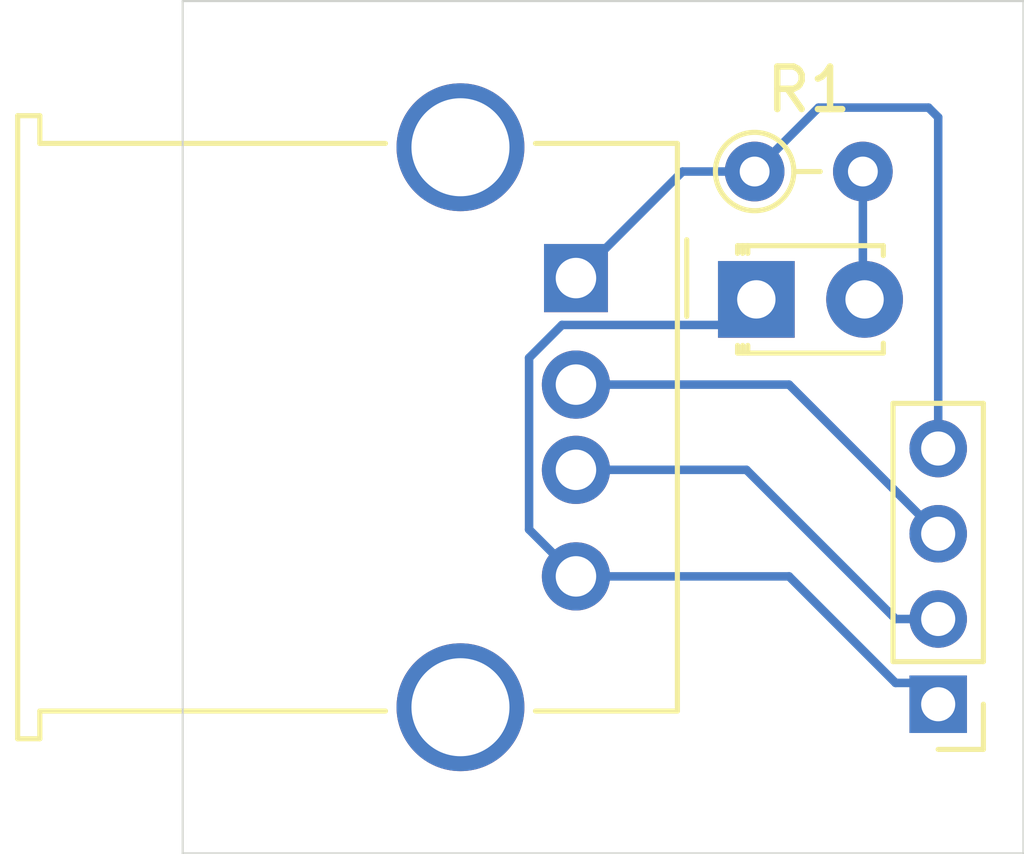
<source format=kicad_pcb>
(kicad_pcb (version 20240108) (generator "pcbnew") (generator_version "8.0")
  (layers (0 "F.Cu" signal) (31 "B.Cu" signal) (34 "B.Paste" user) (35 "F.Paste" user) (36 "B.SilkS" user "B.Silkscreen") (37 "F.SilkS" user "F.Silkscreen") (38 "B.Mask" user) (39 "F.Mask" user) (44 "Edge.Cuts" user))
  (net 0 "")
  (net 1 "/GND")
  (net 2 "/PWR")
  (net 3 "Net-(D1-A)")
  (net 4 "/D+")
  (net 5 "/D-")
  (footprint "Resistor_THT:R_Axial_DIN0204_L3.6mm_D1.6mm_P2.54mm_Vertical" (layer "F.Cu") (at 86.0525 43)
    (property "Reference" "R1" (at 1.27 -1.92 0) (layer "F.SilkS"))
    (property "Value" "R" (hide yes))
    (fp_line (start 0.92 0) (end 1.54 0) (stroke (width 0.12)) (layer "F.SilkS"))
    (fp_circle (center 0 0) (end 0.92 0) (stroke (width 0.12)) (fill none) (layer "F.SilkS"))
    (pad "1" thru_hole circle (at 0 0) (size 1.4 1.4) (drill 0.7) (layers "*.Cu" "*.Mask") (net 2 "/PWR"))
    (pad "2" thru_hole oval (at 2.54 0) (size 1.4 1.4) (drill 0.7) (layers "*.Cu" "*.Mask") (net 3 "Net-(D1-A)"))
  )
  (footprint "Connector_PinHeader_2.00mm:PinHeader_1x04_P2.00mm_Vertical" (layer "F.Cu") (at 90.36 55.5 180)
    (property "Reference" "J2" (hide yes))
    (property "Value" "Conn" (hide yes))
    (fp_line (start 1.06 1) (end 1.06 7.06) (stroke (width 0.12)) (layer "F.SilkS"))
    (fp_line (start -1.06 7.06) (end 1.06 7.06) (stroke (width 0.12)) (layer "F.SilkS"))
    (fp_line (start -1.06 1) (end 1.06 1) (stroke (width 0.12)) (layer "F.SilkS"))
    (fp_line (start -1.06 1) (end -1.06 7.06) (stroke (width 0.12)) (layer "F.SilkS"))
    (fp_line (start -1.06 0) (end -1.06 -1.06) (stroke (width 0.12)) (layer "F.SilkS"))
    (fp_line (start -1.06 -1.06) (end 0 -1.06) (stroke (width 0.12)) (layer "F.SilkS"))
    (pad "1" thru_hole rect (at 0 0 180) (size 1.35 1.35) (drill 0.8) (layers "*.Cu" "*.Mask") (net 1 "/GND"))
    (pad "2" thru_hole oval (at 0 2 180) (size 1.35 1.35) (drill 0.8) (layers "*.Cu" "*.Mask") (net 4 "/D+"))
    (pad "3" thru_hole oval (at 0 4 180) (size 1.35 1.35) (drill 0.8) (layers "*.Cu" "*.Mask") (net 5 "/D-"))
    (pad "4" thru_hole oval (at 0 6 180) (size 1.35 1.35) (drill 0.8) (layers "*.Cu" "*.Mask") (net 2 "/PWR"))
  )
  (footprint "LED_THT:LED_D1.8mm_W3.3mm_H2.4mm" (layer "F.Cu") (at 86.0925 46)
    (property "Reference" "D1" (hide yes))
    (property "Value" "L1")
    (fp_line (start -0.44 -1.26) (end -0.44 -1.08) (stroke (width 0.12)) (layer "F.SilkS"))
    (fp_line (start -0.44 -1.26) (end 2.98 -1.26) (stroke (width 0.12)) (layer "F.SilkS"))
    (fp_line (start -0.44 1.08) (end -0.44 1.26) (stroke (width 0.12)) (layer "F.SilkS"))
    (fp_line (start -0.44 1.26) (end 2.98 1.26) (stroke (width 0.12)) (layer "F.SilkS"))
    (fp_line (start -0.32 -1.26) (end -0.32 -1.08) (stroke (width 0.12)) (layer "F.SilkS"))
    (fp_line (start -0.32 1.08) (end -0.32 1.26) (stroke (width 0.12)) (layer "F.SilkS"))
    (fp_line (start -0.2 -1.26) (end -0.2 -1.08) (stroke (width 0.12)) (layer "F.SilkS"))
    (fp_line (start -0.2 1.08) (end -0.2 1.26) (stroke (width 0.12)) (layer "F.SilkS"))
    (fp_line (start 2.98 -1.26) (end 2.98 -1.028) (stroke (width 0.12)) (layer "F.SilkS"))
    (fp_line (start 2.98 1.028) (end 2.98 1.26) (stroke (width 0.12)) (layer "F.SilkS"))
    (pad "1" thru_hole rect (at 0 0) (size 1.8 1.8) (drill 0.9) (layers "*.Cu" "*.Mask") (net 1 "/GND"))
    (pad "2" thru_hole circle (at 2.54 0) (size 1.8 1.8) (drill 0.9) (layers "*.Cu" "*.Mask") (net 3 "Net-(D1-A)"))
  )
  (footprint "Connector_USB:USB_A_Molex_67643_Horizontal" (layer "F.Cu") (at 81.86 45.5 -90)
    (property "Reference" "J1" (hide yes))
    (property "Value" "USB_A" (hide yes))
    (fp_line (start -3.81 13.1) (end 10.81 13.1) (stroke (width 0.12)) (layer "F.SilkS"))
    (fp_line (start 10.81 13.1) (end 10.81 12.58) (stroke (width 0.12)) (layer "F.SilkS"))
    (fp_line (start -3.81 12.58) (end -3.81 13.1) (stroke (width 0.12)) (layer "F.SilkS"))
    (fp_line (start -3.16 12.58) (end -3.81 12.58) (stroke (width 0.12)) (layer "F.SilkS"))
    (fp_line (start -3.16 12.58) (end -3.16 4.47) (stroke (width 0.12)) (layer "F.SilkS"))
    (fp_line (start 10.81 12.58) (end 10.16 12.58) (stroke (width 0.12)) (layer "F.SilkS"))
    (fp_line (start 10.16 4.47) (end 10.16 12.58) (stroke (width 0.12)) (layer "F.SilkS"))
    (fp_line (start -3.16 -2.38) (end -3.16 0.95) (stroke (width 0.12)) (layer "F.SilkS"))
    (fp_line (start -3.16 -2.38) (end 10.16 -2.38) (stroke (width 0.12)) (layer "F.SilkS"))
    (fp_line (start 10.16 -2.38) (end 10.16 0.95) (stroke (width 0.12)) (layer "F.SilkS"))
    (fp_line (start -0.9 -2.6) (end 0.9 -2.6) (stroke (width 0.12)) (layer "F.SilkS"))
    (pad "1" thru_hole rect (at 0 0 270) (size 1.6 1.5) (drill 0.95) (layers "*.Cu" "*.Mask") (net 2 "/PWR"))
    (pad "2" thru_hole circle (at 2.5 0 270) (size 1.6 1.6) (drill 0.95) (layers "*.Cu" "*.Mask") (net 5 "/D-"))
    (pad "3" thru_hole circle (at 4.5 0 270) (size 1.6 1.6) (drill 0.95) (layers "*.Cu" "*.Mask") (net 4 "/D+"))
    (pad "4" thru_hole circle (at 7 0 270) (size 1.6 1.6) (drill 0.95) (layers "*.Cu" "*.Mask") (net 1 "/GND"))
    (pad "5" thru_hole circle (at -3.07 2.71 270) (size 3 3) (drill 2.3) (layers "*.Cu" "*.Mask"))
    (pad "5" thru_hole circle (at 10.07 2.71 270) (size 3 3) (drill 2.3) (layers "*.Cu" "*.Mask"))
  )
  (gr_line (start 92.36 39) (end 92.36 59) (stroke (width 0.05)) (layer "Edge.Cuts"))
  (gr_line (start 72.6325 39) (end 92.36 39) (stroke (width 0.05)) (layer "Edge.Cuts"))
  (gr_line (start 92.36 59) (end 72.6325 59) (stroke (width 0.05)) (layer "Edge.Cuts"))
  (gr_line (start 72.6325 59) (end 72.6325 39) (stroke (width 0.05)) (layer "Edge.Cuts"))
  (segment (start 82.36 52) (end 81.86 52.5) (width 0.2) (layer "F.Cu") (net 1))
  (segment (start 86.0925 46) (end 85.4925 46.6) (width 0.2) (layer "F.Cu") (net 1))
  (segment (start 89.36 55) (end 86.86 52.5) (width 0.2) (layer "B.Cu") (net 1))
  (segment (start 80.76 47.3725) (end 80.76 51.4) (width 0.2) (layer "B.Cu") (net 1))
  (segment (start 81.5325 46.6) (end 80.76 47.3725) (width 0.2) (layer "B.Cu") (net 1))
  (segment (start 90.36 55) (end 89.36 55) (width 0.2) (layer "B.Cu") (net 1))
  (segment (start 80.76 51.4) (end 81.86 52.5) (width 0.2) (layer "B.Cu") (net 1))
  (segment (start 85.4925 46.6) (end 81.5325 46.6) (width 0.2) (layer "B.Cu") (net 1))
  (segment (start 86.86 52.5) (end 81.86 52.5) (width 0.2) (layer "B.Cu") (net 1))
  (segment (start 86.0525 43) (end 87.5525 41.5) (width 0.2) (layer "B.Cu") (net 2))
  (segment (start 90.36 41.7275) (end 90.36 49.5) (width 0.2) (layer "B.Cu") (net 2))
  (segment (start 90.1325 41.5) (end 90.36 41.7275) (width 0.2) (layer "B.Cu") (net 2))
  (segment (start 86.0525 43) (end 84.36 43) (width 0.2) (layer "B.Cu") (net 2))
  (segment (start 87.5525 41.5) (end 90.1325 41.5) (width 0.2) (layer "B.Cu") (net 2))
  (segment (start 84.36 43) (end 81.86 45.5) (width 0.2) (layer "B.Cu") (net 2))
  (segment (start 88.5925 45.96) (end 88.6325 46) (width 0.2) (layer "F.Cu") (net 3))
  (segment (start 88.5925 43) (end 88.5925 45.96) (width 0.2) (layer "B.Cu") (net 3))
  (segment (start 85.86 50) (end 89.36 53.5) (width 0.2) (layer "B.Cu") (net 4))
  (segment (start 89.36 53.5) (end 90.36 53.5) (width 0.2) (layer "B.Cu") (net 4))
  (segment (start 81.86 50) (end 85.86 50) (width 0.2) (layer "B.Cu") (net 4))
  (segment (start 86.86 48) (end 81.86 48) (width 0.2) (layer "B.Cu") (net 5))
  (segment (start 90.36 51.5) (end 86.86 48) (width 0.2) (layer "B.Cu") (net 5))
)
</source>
